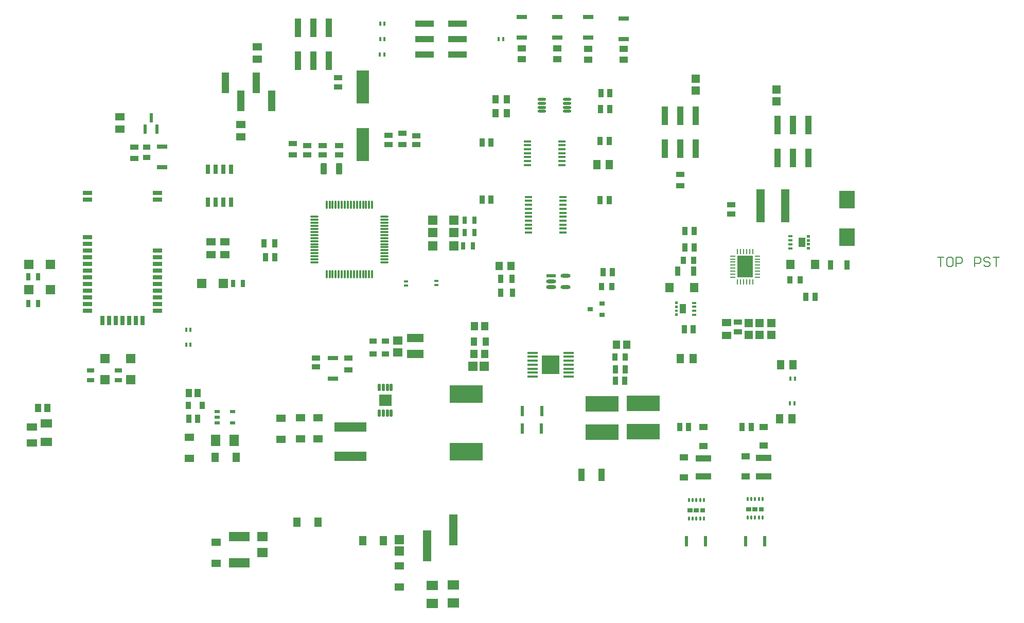
<source format=gbr>
%TF.GenerationSoftware,Altium Limited,Altium Designer,21.0.9 (235)*%
G04 Layer_Color=8421504*
%FSLAX26Y26*%
%MOIN*%
%TF.SameCoordinates,5BE5EA85-216B-4E4C-B8B6-EAA837D7D1E1*%
%TF.FilePolarity,Positive*%
%TF.FileFunction,Paste,Top*%
%TF.Part,Single*%
G01*
G75*
%TA.AperFunction,SMDPad,CuDef*%
%ADD11R,0.027559X0.016535*%
%ADD12R,0.059055X0.027559*%
%ADD13R,0.027559X0.059055*%
%ADD14R,0.053150X0.037402*%
%ADD15R,0.035433X0.047244*%
%ADD16R,0.041339X0.053150*%
%ADD17R,0.059055X0.055118*%
%ADD18R,0.047244X0.035433*%
%ADD19R,0.110236X0.055118*%
G04:AMPARAMS|DCode=20|XSize=74.016mil|YSize=77.953mil|CornerRadius=1.85mil|HoleSize=0mil|Usage=FLASHONLY|Rotation=270.000|XOffset=0mil|YOffset=0mil|HoleType=Round|Shape=RoundedRectangle|*
%AMROUNDEDRECTD20*
21,1,0.074016,0.074252,0,0,270.0*
21,1,0.070315,0.077953,0,0,270.0*
1,1,0.003701,-0.037126,-0.035157*
1,1,0.003701,-0.037126,0.035157*
1,1,0.003701,0.037126,0.035157*
1,1,0.003701,0.037126,-0.035157*
%
%ADD20ROUNDEDRECTD20*%
G04:AMPARAMS|DCode=21|XSize=17.716mil|YSize=45.276mil|CornerRadius=1.949mil|HoleSize=0mil|Usage=FLASHONLY|Rotation=0.000|XOffset=0mil|YOffset=0mil|HoleType=Round|Shape=RoundedRectangle|*
%AMROUNDEDRECTD21*
21,1,0.017716,0.041378,0,0,0.0*
21,1,0.013819,0.045276,0,0,0.0*
1,1,0.003898,0.006910,-0.020689*
1,1,0.003898,-0.006910,-0.020689*
1,1,0.003898,-0.006910,0.020689*
1,1,0.003898,0.006910,0.020689*
%
%ADD21ROUNDEDRECTD21*%
%ADD22R,0.045276X0.057087*%
%ADD23R,0.039626X0.055442*%
%ADD24R,0.061024X0.061024*%
%ADD25R,0.021654X0.066929*%
%ADD26R,0.033465X0.053150*%
%ADD27R,0.037402X0.053150*%
%ADD28R,0.047244X0.055118*%
%ADD29R,0.031752X0.051505*%
%ADD30R,0.070079X0.016535*%
%ADD31R,0.118110X0.122047*%
%ADD32R,0.216658X0.098512*%
%ADD33R,0.071110X0.059226*%
%ADD34R,0.137795X0.062992*%
%ADD35R,0.208661X0.062992*%
%ADD36R,0.217000X0.118000*%
%ADD37R,0.037402X0.053150*%
%ADD38O,0.055118X0.017716*%
%ADD39R,0.049213X0.059055*%
%ADD40R,0.059055X0.049213*%
%ADD41R,0.043307X0.080709*%
%ADD42R,0.058268X0.203150*%
%ADD43R,0.073158X0.059272*%
%ADD44R,0.061024X0.059055*%
%ADD45R,0.031496X0.049213*%
%ADD46R,0.015748X0.027559*%
%ADD47R,0.049213X0.061024*%
G04:AMPARAMS|DCode=48|XSize=61.024mil|YSize=23.622mil|CornerRadius=2.008mil|HoleSize=0mil|Usage=FLASHONLY|Rotation=90.000|XOffset=0mil|YOffset=0mil|HoleType=Round|Shape=RoundedRectangle|*
%AMROUNDEDRECTD48*
21,1,0.061024,0.019606,0,0,90.0*
21,1,0.057008,0.023622,0,0,90.0*
1,1,0.004016,0.009803,0.028504*
1,1,0.004016,0.009803,-0.028504*
1,1,0.004016,-0.009803,-0.028504*
1,1,0.004016,-0.009803,0.028504*
%
%ADD48ROUNDEDRECTD48*%
%ADD49R,0.061024X0.049213*%
%ADD50R,0.104331X0.143701*%
%ADD51R,0.007843X0.035685*%
%ADD52R,0.035685X0.007843*%
G04:AMPARAMS|DCode=53|XSize=39.37mil|YSize=70.866mil|CornerRadius=3.937mil|HoleSize=0mil|Usage=FLASHONLY|Rotation=180.000|XOffset=0mil|YOffset=0mil|HoleType=Round|Shape=RoundedRectangle|*
%AMROUNDEDRECTD53*
21,1,0.039370,0.062992,0,0,180.0*
21,1,0.031496,0.070866,0,0,180.0*
1,1,0.007874,-0.015748,0.031496*
1,1,0.007874,0.015748,0.031496*
1,1,0.007874,0.015748,-0.031496*
1,1,0.007874,-0.015748,-0.031496*
%
%ADD53ROUNDEDRECTD53*%
%ADD54R,0.078740X0.216535*%
%ADD55R,0.035433X0.031496*%
%ADD56R,0.064499X0.024329*%
G04:AMPARAMS|DCode=57|XSize=64.499mil|YSize=24.329mil|CornerRadius=12.165mil|HoleSize=0mil|Usage=FLASHONLY|Rotation=0.000|XOffset=0mil|YOffset=0mil|HoleType=Round|Shape=RoundedRectangle|*
%AMROUNDEDRECTD57*
21,1,0.064499,0.000000,0,0,0.0*
21,1,0.040170,0.024329,0,0,0.0*
1,1,0.024329,0.020085,0.000000*
1,1,0.024329,-0.020085,0.000000*
1,1,0.024329,-0.020085,0.000000*
1,1,0.024329,0.020085,0.000000*
%
%ADD57ROUNDEDRECTD57*%
G04:AMPARAMS|DCode=58|XSize=15.748mil|YSize=47.244mil|CornerRadius=1.968mil|HoleSize=0mil|Usage=FLASHONLY|Rotation=90.000|XOffset=0mil|YOffset=0mil|HoleType=Round|Shape=RoundedRectangle|*
%AMROUNDEDRECTD58*
21,1,0.015748,0.043307,0,0,90.0*
21,1,0.011811,0.047244,0,0,90.0*
1,1,0.003937,0.021654,0.005906*
1,1,0.003937,0.021654,-0.005906*
1,1,0.003937,-0.021654,-0.005906*
1,1,0.003937,-0.021654,0.005906*
%
%ADD58ROUNDEDRECTD58*%
%ADD59O,0.057087X0.011811*%
%ADD60O,0.011811X0.057087*%
%ADD61R,0.023622X0.059055*%
%ADD62R,0.066929X0.031496*%
%ADD63R,0.039370X0.053150*%
%ADD64R,0.033465X0.051181*%
%ADD65R,0.047244X0.057087*%
%ADD66R,0.037402X0.057087*%
%ADD67R,0.057087X0.037402*%
%ADD68R,0.049213X0.031496*%
%ADD69R,0.051505X0.031752*%
%ADD70R,0.053150X0.039370*%
%ADD71R,0.122047X0.039370*%
%ADD72R,0.050000X0.135000*%
%ADD73R,0.039370X0.122047*%
%ADD74R,0.027559X0.015748*%
%ADD75R,0.059055X0.059055*%
%ADD76R,0.059055X0.059055*%
%ADD77R,0.037402X0.055118*%
%ADD78R,0.055118X0.037402*%
G04:AMPARAMS|DCode=79|XSize=21.654mil|YSize=31.496mil|CornerRadius=1.949mil|HoleSize=0mil|Usage=FLASHONLY|Rotation=90.000|XOffset=0mil|YOffset=0mil|HoleType=Round|Shape=RoundedRectangle|*
%AMROUNDEDRECTD79*
21,1,0.021654,0.027599,0,0,90.0*
21,1,0.017756,0.031496,0,0,90.0*
1,1,0.003898,0.013799,0.008878*
1,1,0.003898,0.013799,-0.008878*
1,1,0.003898,-0.013799,-0.008878*
1,1,0.003898,-0.013799,0.008878*
%
%ADD79ROUNDEDRECTD79*%
%ADD80R,0.062992X0.076772*%
%ADD81R,0.073158X0.053388*%
%ADD82R,0.068898X0.045276*%
%ADD83R,0.053150X0.033465*%
%ADD84R,0.057087X0.053150*%
%ADD85R,0.055118X0.064567*%
%ADD86R,0.059055X0.047244*%
%ADD87R,0.035433X0.061024*%
%ADD88R,0.047244X0.059055*%
%ADD89R,0.056299X0.216535*%
%ADD90R,0.100394X0.116142*%
%ADD91R,0.098425X0.039370*%
%ADD92R,0.055118X0.043307*%
G04:AMPARAMS|DCode=94|XSize=25.591mil|YSize=11.811mil|CornerRadius=1.949mil|HoleSize=0mil|Usage=FLASHONLY|Rotation=90.000|XOffset=0mil|YOffset=0mil|HoleType=Round|Shape=RoundedRectangle|*
%AMROUNDEDRECTD94*
21,1,0.025591,0.007913,0,0,90.0*
21,1,0.021693,0.011811,0,0,90.0*
1,1,0.003898,0.003957,0.010847*
1,1,0.003898,0.003957,-0.010847*
1,1,0.003898,-0.003957,-0.010847*
1,1,0.003898,-0.003957,0.010847*
%
%ADD94ROUNDEDRECTD94*%
%ADD95R,0.053150X0.043307*%
%TA.AperFunction,NonConductor*%
%ADD105C,0.006000*%
G36*
X7623779Y5262913D02*
X7606063D01*
Y5279449D01*
X7623779D01*
Y5262913D01*
D02*
G37*
G36*
Y5237323D02*
X7606063D01*
Y5253858D01*
X7623779D01*
Y5237323D01*
D02*
G37*
G36*
Y5211732D02*
X7606063D01*
Y5228268D01*
X7623779D01*
Y5211732D01*
D02*
G37*
G36*
X7593760Y5203268D02*
X7551437D01*
Y5262323D01*
X7593760D01*
Y5203268D01*
D02*
G37*
G36*
X7623779Y5186142D02*
X7606063D01*
Y5202677D01*
X7623779D01*
Y5186142D01*
D02*
G37*
G36*
X6768701Y4832323D02*
X6750984D01*
Y4848858D01*
X6768701D01*
Y4832323D01*
D02*
G37*
G36*
Y4806732D02*
X6750984D01*
Y4823268D01*
X6768701D01*
Y4806732D01*
D02*
G37*
G36*
Y4781142D02*
X6750984D01*
Y4797677D01*
X6768701D01*
Y4781142D01*
D02*
G37*
G36*
X6823327Y4772677D02*
X6781004D01*
Y4831732D01*
X6823327D01*
Y4772677D01*
D02*
G37*
G36*
X6768701Y4755551D02*
X6750984D01*
Y4772087D01*
X6768701D01*
Y4755551D01*
D02*
G37*
G36*
X7326095Y3516630D02*
X7326649Y3516076D01*
X7326949Y3515352D01*
Y3514961D01*
Y3491339D01*
Y3490947D01*
X7326649Y3490224D01*
X7326095Y3489670D01*
X7325372Y3489370D01*
X7295730D01*
X7295007Y3489670D01*
X7294453Y3490224D01*
X7294154Y3490947D01*
Y3491339D01*
Y3514961D01*
Y3515352D01*
X7294453Y3516076D01*
X7295007Y3516630D01*
X7295730Y3516929D01*
X7325372D01*
X7326095Y3516630D01*
D02*
G37*
G36*
X7285544D02*
X7286098Y3516076D01*
X7286398Y3515352D01*
Y3514961D01*
Y3491339D01*
Y3490947D01*
X7286098Y3490224D01*
X7285544Y3489670D01*
X7284821Y3489370D01*
X7255179D01*
X7254456Y3489670D01*
X7253902Y3490224D01*
X7253602Y3490947D01*
Y3491339D01*
Y3514961D01*
Y3515352D01*
X7253902Y3516076D01*
X7254456Y3516630D01*
X7255179Y3516929D01*
X7284821D01*
X7285544Y3516630D01*
D02*
G37*
G36*
X7244993D02*
X7245547Y3516076D01*
X7245846Y3515352D01*
Y3514961D01*
Y3491339D01*
Y3490947D01*
X7245547Y3490224D01*
X7244993Y3489670D01*
X7244270Y3489370D01*
X7214628D01*
X7213905Y3489670D01*
X7213351Y3490224D01*
X7213051Y3490947D01*
Y3491339D01*
Y3514961D01*
Y3515352D01*
X7213351Y3516076D01*
X7213905Y3516630D01*
X7214628Y3516929D01*
X7244270D01*
X7244993Y3516630D01*
D02*
G37*
G36*
X6946095Y3508480D02*
X6946649Y3507926D01*
X6946949Y3507203D01*
Y3506811D01*
Y3483189D01*
Y3482797D01*
X6946649Y3482074D01*
X6946095Y3481520D01*
X6945372Y3481220D01*
X6915730D01*
X6915007Y3481520D01*
X6914453Y3482074D01*
X6914154Y3482797D01*
Y3483189D01*
Y3506811D01*
Y3507203D01*
X6914453Y3507926D01*
X6915007Y3508480D01*
X6915730Y3508780D01*
X6945372D01*
X6946095Y3508480D01*
D02*
G37*
G36*
X6905544D02*
X6906098Y3507926D01*
X6906398Y3507203D01*
Y3506811D01*
Y3483189D01*
Y3482797D01*
X6906098Y3482074D01*
X6905544Y3481520D01*
X6904821Y3481220D01*
X6875179D01*
X6874456Y3481520D01*
X6873902Y3482074D01*
X6873602Y3482797D01*
Y3483189D01*
Y3506811D01*
Y3507203D01*
X6873902Y3507926D01*
X6874456Y3508480D01*
X6875179Y3508780D01*
X6904821D01*
X6905544Y3508480D01*
D02*
G37*
G36*
X6864993D02*
X6865547Y3507926D01*
X6865846Y3507203D01*
Y3506811D01*
Y3483189D01*
Y3482797D01*
X6865547Y3482074D01*
X6864993Y3481520D01*
X6864270Y3481220D01*
X6834628D01*
X6833905Y3481520D01*
X6833351Y3482074D01*
X6833051Y3482797D01*
Y3483189D01*
Y3506811D01*
Y3507203D01*
X6833351Y3507926D01*
X6833905Y3508480D01*
X6834628Y3508780D01*
X6864270D01*
X6864993Y3508480D01*
D02*
G37*
D11*
X7499764Y5194409D02*
D03*
Y5220000D02*
D03*
Y5245591D02*
D03*
Y5271181D02*
D03*
X6875000Y4763819D02*
D03*
Y4789409D02*
D03*
Y4815000D02*
D03*
Y4840591D02*
D03*
D12*
X2945000Y5264843D02*
D03*
X3397756Y5178228D02*
D03*
X2945000Y5048307D02*
D03*
Y5091614D02*
D03*
Y4788465D02*
D03*
Y4831772D02*
D03*
Y5134921D02*
D03*
Y4961693D02*
D03*
Y5221535D02*
D03*
X3397756Y5134921D02*
D03*
X2945000Y5178228D02*
D03*
Y4918386D02*
D03*
Y5005000D02*
D03*
X3397756Y4875079D02*
D03*
Y5048307D02*
D03*
Y5091614D02*
D03*
X2945000Y4875079D02*
D03*
X3397756Y4918386D02*
D03*
Y4961693D02*
D03*
Y5005000D02*
D03*
Y4831772D02*
D03*
Y4788465D02*
D03*
Y5508937D02*
D03*
Y5552244D02*
D03*
X2945315Y5508937D02*
D03*
Y5552244D02*
D03*
D13*
X3301299Y4727441D02*
D03*
X3257992D02*
D03*
X3084764D02*
D03*
X3214685D02*
D03*
X3171378D02*
D03*
X3128071D02*
D03*
X3041457D02*
D03*
D14*
X4570000Y6299055D02*
D03*
Y6240000D02*
D03*
X4425000Y4484055D02*
D03*
Y4425000D02*
D03*
X4470000Y5800000D02*
D03*
Y5859055D02*
D03*
X4575000Y5800945D02*
D03*
Y5860000D02*
D03*
X4895000Y5865472D02*
D03*
Y5924528D02*
D03*
X4370000Y5800000D02*
D03*
Y5859055D02*
D03*
X5075000Y5865000D02*
D03*
Y5924055D02*
D03*
X7115000Y5415472D02*
D03*
Y5474528D02*
D03*
D15*
X3599449Y4175000D02*
D03*
X3690000D02*
D03*
D16*
X3600472Y4255000D02*
D03*
X3659528D02*
D03*
X2684055Y4160000D02*
D03*
X2625000D02*
D03*
D17*
X4955000Y4594803D02*
D03*
Y4520000D02*
D03*
D18*
X4875000Y4510000D02*
D03*
Y4592677D02*
D03*
X4795000D02*
D03*
Y4510000D02*
D03*
D19*
X5070000Y4612362D02*
D03*
Y4510000D02*
D03*
D20*
X4875000Y4210000D02*
D03*
D21*
X4836614Y4126339D02*
D03*
X4862205D02*
D03*
X4887795D02*
D03*
X4913386D02*
D03*
X4836614Y4293661D02*
D03*
X4862205D02*
D03*
X4887795D02*
D03*
X4913386D02*
D03*
D22*
X5519449Y4690000D02*
D03*
X5450551D02*
D03*
X5520000Y4510000D02*
D03*
X5449134D02*
D03*
D23*
X5525000Y4590000D02*
D03*
X5450129D02*
D03*
D24*
X5442165Y4430000D02*
D03*
X5515000D02*
D03*
D25*
X5762992Y4140000D02*
D03*
X5887008D02*
D03*
X5760984Y4025000D02*
D03*
X5885000D02*
D03*
X7207992Y3295000D02*
D03*
X7332008D02*
D03*
X6825984D02*
D03*
X6950000D02*
D03*
D26*
X6429961Y4410000D02*
D03*
X6365000D02*
D03*
D27*
Y4335000D02*
D03*
X6426024D02*
D03*
D28*
X6438465Y4570000D02*
D03*
X6371535D02*
D03*
D29*
X6361502Y4490000D02*
D03*
X6428498D02*
D03*
X6873498Y5115000D02*
D03*
X6806502D02*
D03*
X7495000Y4990000D02*
D03*
X7561997D02*
D03*
D30*
X6061929Y4363228D02*
D03*
Y4388819D02*
D03*
Y4414409D02*
D03*
Y4440000D02*
D03*
Y4465591D02*
D03*
Y4491181D02*
D03*
Y4516772D02*
D03*
X5828071D02*
D03*
Y4491181D02*
D03*
Y4465591D02*
D03*
Y4440000D02*
D03*
Y4414409D02*
D03*
Y4388819D02*
D03*
Y4363228D02*
D03*
D31*
X5945000Y4440000D02*
D03*
D32*
X6545000Y4190538D02*
D03*
Y4005462D02*
D03*
X6280000Y4187538D02*
D03*
Y4002462D02*
D03*
D33*
X4080000Y3326218D02*
D03*
Y3223782D02*
D03*
D34*
X3930000Y3324646D02*
D03*
Y3155354D02*
D03*
D35*
X4650000Y3844528D02*
D03*
Y4035472D02*
D03*
D36*
X5400000Y3875000D02*
D03*
Y4250000D02*
D03*
D37*
X6270945Y6200000D02*
D03*
X6330000D02*
D03*
X6265472Y5505000D02*
D03*
X6324528D02*
D03*
X6270000Y6095000D02*
D03*
X6329055D02*
D03*
X6265000Y5890000D02*
D03*
X6324055D02*
D03*
X5559528Y5510000D02*
D03*
X5500472D02*
D03*
X5559528Y5880000D02*
D03*
X5500472D02*
D03*
X6285000Y5040000D02*
D03*
X6344055D02*
D03*
X4159055Y5135000D02*
D03*
X4100000D02*
D03*
X3600472Y4090000D02*
D03*
X3659528D02*
D03*
X6815472Y5200000D02*
D03*
X6874528D02*
D03*
X6810945Y4670000D02*
D03*
X6870000D02*
D03*
X7659055Y4880000D02*
D03*
X7600000D02*
D03*
X6815000Y5305000D02*
D03*
X6874055D02*
D03*
X6840000Y4035000D02*
D03*
X6780945D02*
D03*
X7185472D02*
D03*
X7244528D02*
D03*
D38*
X6050709Y6081614D02*
D03*
Y6107205D02*
D03*
Y6132795D02*
D03*
Y6158386D02*
D03*
X5889291Y6081614D02*
D03*
Y6107205D02*
D03*
Y6132795D02*
D03*
Y6158386D02*
D03*
D39*
X4437912Y3420001D02*
D03*
X4302087Y3420000D02*
D03*
X3772088Y3839999D02*
D03*
X3907913Y3840000D02*
D03*
X4862912Y3300001D02*
D03*
X4727087Y3300000D02*
D03*
D40*
X4324999Y4095825D02*
D03*
X4325000Y3960000D02*
D03*
X3604999Y3967912D02*
D03*
X3605000Y3832087D02*
D03*
X4440000Y4095000D02*
D03*
X4440001Y3959175D02*
D03*
X4200001Y3957088D02*
D03*
X4200000Y4092913D02*
D03*
X3780000Y3290000D02*
D03*
X3780001Y3154175D02*
D03*
X4965000Y3135000D02*
D03*
X4965001Y2999175D02*
D03*
D41*
X6274961Y3725000D02*
D03*
X6145039D02*
D03*
D42*
X5315472Y3368150D02*
D03*
X5145000Y3265000D02*
D03*
D43*
X5180000Y2891876D02*
D03*
Y3008124D02*
D03*
X5315000Y2896876D02*
D03*
Y3013124D02*
D03*
D44*
X4965000Y3233583D02*
D03*
Y3306417D02*
D03*
D45*
X3888504Y4965000D02*
D03*
X3951496D02*
D03*
X5388504Y5375000D02*
D03*
X5451496D02*
D03*
X5388504Y5295000D02*
D03*
X5451496D02*
D03*
X5380000Y5210000D02*
D03*
X5442992D02*
D03*
X2562008Y5010000D02*
D03*
X2625000D02*
D03*
X2563504Y4835000D02*
D03*
X2626496D02*
D03*
D46*
X7496221Y4190000D02*
D03*
X7523780D02*
D03*
X7527559Y4350000D02*
D03*
X7500000D02*
D03*
X4867559Y6450000D02*
D03*
X4840000D02*
D03*
X4868780Y6550000D02*
D03*
X4841221D02*
D03*
X4870000Y6650000D02*
D03*
X4842441D02*
D03*
X5637559Y6550000D02*
D03*
X5610000D02*
D03*
X3612559Y4570000D02*
D03*
X3585000D02*
D03*
X3612559Y4665000D02*
D03*
X3585000D02*
D03*
D47*
X7429291Y4090000D02*
D03*
X7510000D02*
D03*
X7515000Y4440000D02*
D03*
X7434291D02*
D03*
X6244646Y5735000D02*
D03*
X6325354D02*
D03*
D48*
X3725000Y5493701D02*
D03*
X3775000D02*
D03*
X3825000D02*
D03*
X3875000D02*
D03*
Y5706299D02*
D03*
X3825000D02*
D03*
X3775000D02*
D03*
X3725000D02*
D03*
D49*
X3745000Y5154291D02*
D03*
Y5235000D02*
D03*
X3835000Y5154291D02*
D03*
Y5235000D02*
D03*
X4045000Y6500354D02*
D03*
Y6419646D02*
D03*
X3940000Y5914646D02*
D03*
Y5995354D02*
D03*
X3155000Y6045709D02*
D03*
Y5965000D02*
D03*
D50*
X7205000Y5075000D02*
D03*
D51*
X7155787Y5173551D02*
D03*
X7175472D02*
D03*
X7195158D02*
D03*
X7214842D02*
D03*
X7234528D02*
D03*
X7254213D02*
D03*
Y4976449D02*
D03*
X7234528D02*
D03*
X7214842D02*
D03*
X7195158D02*
D03*
X7175472D02*
D03*
X7155787D02*
D03*
D52*
X7283866Y5143898D02*
D03*
Y5124213D02*
D03*
Y5104528D02*
D03*
Y5084842D02*
D03*
Y5065158D02*
D03*
Y5045472D02*
D03*
Y5025787D02*
D03*
Y5006102D02*
D03*
X7126134D02*
D03*
Y5025787D02*
D03*
Y5045472D02*
D03*
Y5065158D02*
D03*
Y5084842D02*
D03*
Y5104528D02*
D03*
Y5124213D02*
D03*
Y5143898D02*
D03*
D53*
X4574213Y5710000D02*
D03*
X4475787D02*
D03*
D54*
X4730000Y6239016D02*
D03*
Y5865000D02*
D03*
D55*
X6279370Y4762598D02*
D03*
Y4837402D02*
D03*
X6200630Y4800000D02*
D03*
D56*
X5949086Y5017402D02*
D03*
D57*
Y4980000D02*
D03*
Y4942598D02*
D03*
X6040914D02*
D03*
Y5017402D02*
D03*
D58*
X5800591Y5526772D02*
D03*
Y5501181D02*
D03*
Y5475591D02*
D03*
Y5450000D02*
D03*
Y5424409D02*
D03*
Y5398819D02*
D03*
Y5373228D02*
D03*
Y5347638D02*
D03*
Y5322047D02*
D03*
Y5296457D02*
D03*
X6025000Y5526772D02*
D03*
Y5501181D02*
D03*
Y5475591D02*
D03*
Y5450000D02*
D03*
Y5424409D02*
D03*
Y5398819D02*
D03*
Y5373228D02*
D03*
Y5347638D02*
D03*
Y5322047D02*
D03*
Y5296457D02*
D03*
X5795591Y5887362D02*
D03*
Y5861772D02*
D03*
Y5836181D02*
D03*
Y5810591D02*
D03*
Y5785000D02*
D03*
Y5759409D02*
D03*
Y5733819D02*
D03*
X6020000Y5887362D02*
D03*
Y5861772D02*
D03*
Y5836181D02*
D03*
Y5810591D02*
D03*
Y5785000D02*
D03*
Y5759409D02*
D03*
Y5733819D02*
D03*
D59*
X4416339Y5398032D02*
D03*
Y5378346D02*
D03*
Y5358661D02*
D03*
Y5338976D02*
D03*
Y5319291D02*
D03*
Y5299606D02*
D03*
Y5279921D02*
D03*
Y5260236D02*
D03*
Y5240551D02*
D03*
Y5220866D02*
D03*
Y5201181D02*
D03*
Y5181496D02*
D03*
Y5161811D02*
D03*
Y5142126D02*
D03*
Y5122441D02*
D03*
Y5102756D02*
D03*
X4867126D02*
D03*
Y5122441D02*
D03*
Y5142126D02*
D03*
Y5161811D02*
D03*
Y5181496D02*
D03*
Y5201181D02*
D03*
Y5220866D02*
D03*
Y5240551D02*
D03*
Y5260236D02*
D03*
Y5279921D02*
D03*
Y5299606D02*
D03*
Y5319291D02*
D03*
Y5338976D02*
D03*
Y5358661D02*
D03*
Y5378346D02*
D03*
Y5398032D02*
D03*
D60*
X4494095Y5025000D02*
D03*
X4513779D02*
D03*
X4533465D02*
D03*
X4553150D02*
D03*
X4572835D02*
D03*
X4592520D02*
D03*
X4612205D02*
D03*
X4631890D02*
D03*
X4651575D02*
D03*
X4671260D02*
D03*
X4690945D02*
D03*
X4710630D02*
D03*
X4730315D02*
D03*
X4750000D02*
D03*
X4769685D02*
D03*
X4789370D02*
D03*
Y5475787D02*
D03*
X4769685D02*
D03*
X4750000D02*
D03*
X4730315D02*
D03*
X4710630D02*
D03*
X4690945D02*
D03*
X4671260D02*
D03*
X4651575D02*
D03*
X4631890D02*
D03*
X4612205D02*
D03*
X4592520D02*
D03*
X4572835D02*
D03*
X4553150D02*
D03*
X4533465D02*
D03*
X4513779D02*
D03*
X4494095D02*
D03*
D61*
X3357599Y6039803D02*
D03*
X3395000Y5965000D02*
D03*
X3320197D02*
D03*
D62*
X4535000Y4348071D02*
D03*
Y4481929D02*
D03*
X3430000Y5718071D02*
D03*
Y5851929D02*
D03*
X6420000Y6548071D02*
D03*
Y6681929D02*
D03*
X6190000Y6558071D02*
D03*
Y6691929D02*
D03*
X5990000Y6558071D02*
D03*
Y6691929D02*
D03*
X5760000Y6558071D02*
D03*
Y6691929D02*
D03*
D63*
X5589567Y6160000D02*
D03*
X5660433D02*
D03*
X5589567Y6070000D02*
D03*
X5660433D02*
D03*
D64*
X6276535Y4945000D02*
D03*
X6343465D02*
D03*
D65*
X5690000Y5080000D02*
D03*
X5611260D02*
D03*
D66*
X5698386Y4905000D02*
D03*
X5621614D02*
D03*
D67*
X4635000Y4483386D02*
D03*
Y4406614D02*
D03*
D68*
X3145000Y4338504D02*
D03*
Y4401496D02*
D03*
X2965000Y4338504D02*
D03*
Y4401496D02*
D03*
D69*
X3330000Y5783003D02*
D03*
Y5850000D02*
D03*
D70*
X6420000Y6414567D02*
D03*
Y6485433D02*
D03*
X6190000Y6414567D02*
D03*
Y6485433D02*
D03*
X5990000Y6419567D02*
D03*
Y6490433D02*
D03*
X5760000Y6419567D02*
D03*
Y6490433D02*
D03*
D71*
X5128701Y6650000D02*
D03*
Y6550000D02*
D03*
X5341299Y6650000D02*
D03*
Y6550000D02*
D03*
X5128701Y6450000D02*
D03*
X5341299D02*
D03*
D72*
X3840000Y6265000D02*
D03*
X3940000Y6150000D02*
D03*
X4040000Y6265000D02*
D03*
X4140000Y6150000D02*
D03*
D73*
X4510000Y6621299D02*
D03*
X4410000D02*
D03*
X4510000Y6408701D02*
D03*
X4410000D02*
D03*
X4310000Y6621299D02*
D03*
Y6408701D02*
D03*
X6885000Y6051299D02*
D03*
X6785000D02*
D03*
X6885000Y5838701D02*
D03*
X6785000D02*
D03*
X6685000Y6051299D02*
D03*
Y5838701D02*
D03*
X7415000Y5778701D02*
D03*
Y5991299D02*
D03*
X7515000Y5778701D02*
D03*
X7615000D02*
D03*
X7515000Y5991299D02*
D03*
X7615000D02*
D03*
D74*
X5205000Y4956220D02*
D03*
Y4983779D02*
D03*
X5010000Y4951220D02*
D03*
Y4978779D02*
D03*
D75*
X5182205Y5375000D02*
D03*
X5320000D02*
D03*
X5182205Y5295000D02*
D03*
X5320000D02*
D03*
X5182205Y5210000D02*
D03*
X5320000D02*
D03*
X2703898Y5090000D02*
D03*
X2566102D02*
D03*
X2703898Y4925000D02*
D03*
X2566102D02*
D03*
X3686102Y4965000D02*
D03*
X3823898D02*
D03*
D76*
X3225000Y4480000D02*
D03*
Y4342205D02*
D03*
X3060000Y4478898D02*
D03*
Y4341102D02*
D03*
D77*
X5696417Y4995000D02*
D03*
X5623583D02*
D03*
X4160000Y5225000D02*
D03*
X4087165D02*
D03*
D78*
X4275000Y5798583D02*
D03*
Y5871417D02*
D03*
X4985000Y5865000D02*
D03*
Y5937835D02*
D03*
X3250000Y5850000D02*
D03*
Y5777165D02*
D03*
X6785000Y5600000D02*
D03*
Y5672835D02*
D03*
D79*
X3784803Y4137402D02*
D03*
Y4100000D02*
D03*
Y4062599D02*
D03*
X3885197D02*
D03*
Y4137402D02*
D03*
D80*
X3775945Y3950000D02*
D03*
X3894055D02*
D03*
D81*
X2680000Y3939918D02*
D03*
Y4060082D02*
D03*
D82*
X2585000Y3932835D02*
D03*
Y4037165D02*
D03*
D83*
X7160000Y4652520D02*
D03*
Y4717480D02*
D03*
D84*
X7375000Y4710000D02*
D03*
Y4633228D02*
D03*
X7300000Y4708386D02*
D03*
Y4631614D02*
D03*
X7230000Y4708386D02*
D03*
Y4631614D02*
D03*
X6885000Y6215000D02*
D03*
Y6291772D02*
D03*
X7410000Y6146614D02*
D03*
Y6223386D02*
D03*
D85*
X6875000Y4940000D02*
D03*
X6716339D02*
D03*
X7500000Y5090000D02*
D03*
X7658661D02*
D03*
D86*
X7085000Y4628661D02*
D03*
Y4711339D02*
D03*
D87*
X6872165Y5045000D02*
D03*
X6767835D02*
D03*
X7864331Y5085000D02*
D03*
X7760000D02*
D03*
D88*
X6785000Y4480000D02*
D03*
X6867677D02*
D03*
D89*
X7305472Y5470000D02*
D03*
X7464528D02*
D03*
D90*
X7865000Y5511063D02*
D03*
Y5265000D02*
D03*
D91*
X6935000Y3833110D02*
D03*
Y3715000D02*
D03*
X7325000Y3835000D02*
D03*
Y3716890D02*
D03*
D92*
X6935000Y4035000D02*
D03*
Y3912953D02*
D03*
X7325000Y4037047D02*
D03*
Y3915000D02*
D03*
D94*
X6842756Y3561929D02*
D03*
X6866378D02*
D03*
X6890000D02*
D03*
X6913622D02*
D03*
X6937244D02*
D03*
X6842756Y3441850D02*
D03*
X6866378D02*
D03*
X6890000D02*
D03*
X6913622D02*
D03*
X6937244D02*
D03*
X7222756Y3570079D02*
D03*
X7246378D02*
D03*
X7270000D02*
D03*
X7293622D02*
D03*
X7317244D02*
D03*
Y3450000D02*
D03*
X7293622D02*
D03*
X7270000D02*
D03*
X7246378D02*
D03*
X7222756D02*
D03*
D95*
X6810000Y3839921D02*
D03*
Y3710000D02*
D03*
X7210000Y3844961D02*
D03*
Y3715039D02*
D03*
D105*
X8451000Y5135981D02*
X8490987D01*
X8470994D01*
Y5076000D01*
X8540971Y5135981D02*
X8520977D01*
X8510981Y5125984D01*
Y5085997D01*
X8520977Y5076000D01*
X8540971D01*
X8550968Y5085997D01*
Y5125984D01*
X8540971Y5135981D01*
X8570961Y5076000D02*
Y5135981D01*
X8600951D01*
X8610948Y5125984D01*
Y5105990D01*
X8600951Y5095993D01*
X8570961D01*
X8690922Y5076000D02*
Y5135981D01*
X8720913D01*
X8730909Y5125984D01*
Y5105990D01*
X8720913Y5095993D01*
X8690922D01*
X8790890Y5125984D02*
X8780893Y5135981D01*
X8760900D01*
X8750903Y5125984D01*
Y5115987D01*
X8760900Y5105990D01*
X8780893D01*
X8790890Y5095993D01*
Y5085997D01*
X8780893Y5076000D01*
X8760900D01*
X8750903Y5085997D01*
X8810884Y5135981D02*
X8850871D01*
X8830877D01*
Y5076000D01*
%TF.MD5,0df7a08e29eadd3895fb2d8b47201e1e*%
M02*

</source>
